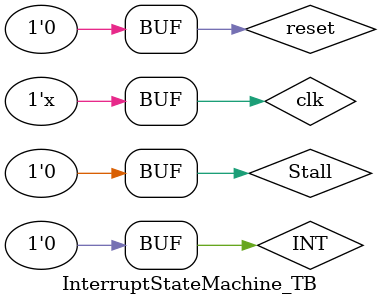
<source format=v>
module InterruptStateMachine_TB(
);
    localparam CLK=5;
    localparam DELAY=2*CLK;
    reg Stall,INT,clk,reset;
    wire INT_OUT;
    InterruptStateMachine INT_Machine (
    .INT_IN(INT),.INT_OUT(INT_OUT),.Stall(Stall),.reset(reset),.clk(clk)
    );
    initial 
    begin
        clk=0;
        reset=1'b1;
        #DELAY;
        reset=1'b0;
        
        Stall=1'b1;
        INT=1'b1;
        #DELAY;

        Stall=1'b1;
        INT=1'b0;
        #DELAY;
        #DELAY;

        Stall=1'b0;
        INT=1'b0;
        #DELAY;

        Stall=1'b1;
        INT=1'b0;
        #DELAY;

        Stall=1'b0;
        INT=1'b0;
        #DELAY;

        Stall=1'b0;
        INT=1'b1;
        #DELAY;

        Stall=1'b0;
        INT=1'b0;
        #DELAY;
    end
    always begin
        #CLK;
        clk=~clk;
    end
endmodule
</source>
